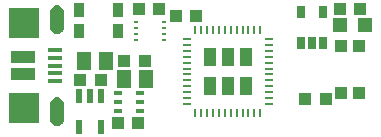
<source format=gbr>
G04 EAGLE Gerber RS-274X export*
G75*
%MOMM*%
%FSLAX34Y34*%
%LPD*%
%INSolderpaste Top*%
%IPPOS*%
%AMOC8*
5,1,8,0,0,1.08239X$1,22.5*%
G01*
%ADD10R,1.240000X1.500000*%
%ADD11R,1.075000X1.000000*%
%ADD12R,1.200000X1.200000*%
%ADD13R,1.000000X1.000000*%
%ADD14R,2.000000X1.000000*%
%ADD15R,2.500000X2.500000*%
%ADD16R,1.250000X0.300000*%
%ADD17R,0.550000X1.200000*%
%ADD18R,0.250000X0.750000*%
%ADD19R,0.750000X0.250000*%
%ADD20R,1.000000X1.500000*%
%ADD21R,0.690000X0.990000*%
%ADD22R,0.910000X1.220000*%
%ADD23R,0.700000X0.350000*%
%ADD24R,0.350000X0.250000*%

G36*
X53548Y115773D02*
X53548Y115773D01*
X54822Y115973D01*
X54869Y115990D01*
X54959Y116011D01*
X56155Y116489D01*
X56198Y116516D01*
X56281Y116556D01*
X57341Y117288D01*
X57377Y117324D01*
X57448Y117382D01*
X58319Y118332D01*
X58346Y118374D01*
X58403Y118447D01*
X59040Y119567D01*
X59057Y119614D01*
X59096Y119697D01*
X59469Y120931D01*
X59474Y120981D01*
X59494Y121071D01*
X59583Y122356D01*
X59581Y122376D01*
X59584Y122400D01*
X59584Y133400D01*
X59582Y133415D01*
X59583Y133435D01*
X59522Y134561D01*
X59511Y134608D01*
X59503Y134684D01*
X59222Y135777D01*
X59202Y135821D01*
X59180Y135894D01*
X58692Y136911D01*
X58664Y136950D01*
X58627Y137017D01*
X57950Y137920D01*
X57915Y137953D01*
X57866Y138011D01*
X57026Y138764D01*
X56985Y138790D01*
X56925Y138838D01*
X55954Y139412D01*
X55909Y139429D01*
X55842Y139465D01*
X54777Y139839D01*
X54730Y139847D01*
X54657Y139869D01*
X53540Y140028D01*
X53512Y140027D01*
X53360Y140028D01*
X52244Y139869D01*
X52198Y139854D01*
X52123Y139839D01*
X51058Y139465D01*
X51016Y139441D01*
X50946Y139412D01*
X49975Y138838D01*
X49938Y138806D01*
X49874Y138764D01*
X49034Y138011D01*
X49005Y137974D01*
X48950Y137920D01*
X48273Y137017D01*
X48251Y136974D01*
X48208Y136911D01*
X47720Y135894D01*
X47707Y135847D01*
X47678Y135777D01*
X47397Y134684D01*
X47394Y134636D01*
X47378Y134561D01*
X47317Y133435D01*
X47319Y133419D01*
X47316Y133400D01*
X47316Y122400D01*
X47319Y122385D01*
X47317Y122365D01*
X47378Y121239D01*
X47390Y121192D01*
X47397Y121116D01*
X47678Y120023D01*
X47698Y119979D01*
X47720Y119906D01*
X48208Y118889D01*
X48237Y118850D01*
X48273Y118783D01*
X48950Y117880D01*
X48985Y117847D01*
X49034Y117789D01*
X49874Y117036D01*
X49915Y117010D01*
X49975Y116962D01*
X50946Y116388D01*
X50991Y116371D01*
X51058Y116335D01*
X52123Y115961D01*
X52170Y115953D01*
X52244Y115931D01*
X53360Y115772D01*
X53361Y115772D01*
X53548Y115773D01*
G37*
G36*
X53548Y37773D02*
X53548Y37773D01*
X54822Y37973D01*
X54869Y37990D01*
X54959Y38011D01*
X56155Y38489D01*
X56198Y38516D01*
X56281Y38556D01*
X57341Y39288D01*
X57377Y39324D01*
X57448Y39382D01*
X58319Y40332D01*
X58346Y40374D01*
X58403Y40447D01*
X59040Y41567D01*
X59057Y41614D01*
X59096Y41697D01*
X59469Y42931D01*
X59474Y42981D01*
X59494Y43071D01*
X59583Y44356D01*
X59581Y44376D01*
X59584Y44400D01*
X59584Y55400D01*
X59582Y55415D01*
X59583Y55435D01*
X59522Y56561D01*
X59511Y56608D01*
X59503Y56684D01*
X59222Y57777D01*
X59202Y57821D01*
X59180Y57894D01*
X58692Y58911D01*
X58664Y58950D01*
X58627Y59017D01*
X57950Y59920D01*
X57915Y59953D01*
X57866Y60011D01*
X57026Y60764D01*
X56985Y60790D01*
X56925Y60838D01*
X55954Y61412D01*
X55909Y61429D01*
X55842Y61465D01*
X54777Y61839D01*
X54730Y61847D01*
X54657Y61869D01*
X53540Y62028D01*
X53512Y62027D01*
X53360Y62028D01*
X52244Y61869D01*
X52198Y61854D01*
X52123Y61839D01*
X51058Y61465D01*
X51016Y61441D01*
X50946Y61412D01*
X49975Y60838D01*
X49938Y60806D01*
X49874Y60764D01*
X49034Y60011D01*
X49005Y59974D01*
X48950Y59920D01*
X48273Y59017D01*
X48251Y58974D01*
X48208Y58911D01*
X47720Y57894D01*
X47707Y57847D01*
X47678Y57777D01*
X47397Y56684D01*
X47394Y56636D01*
X47378Y56561D01*
X47317Y55435D01*
X47319Y55419D01*
X47316Y55400D01*
X47316Y44400D01*
X47319Y44385D01*
X47317Y44365D01*
X47378Y43239D01*
X47390Y43192D01*
X47397Y43116D01*
X47678Y42023D01*
X47698Y41979D01*
X47720Y41906D01*
X48208Y40889D01*
X48237Y40850D01*
X48273Y40783D01*
X48950Y39880D01*
X48985Y39847D01*
X49034Y39789D01*
X49874Y39036D01*
X49915Y39010D01*
X49975Y38962D01*
X50946Y38388D01*
X50991Y38371D01*
X51058Y38335D01*
X52123Y37961D01*
X52170Y37953D01*
X52244Y37931D01*
X53360Y37772D01*
X53361Y37772D01*
X53548Y37773D01*
G37*
D10*
X76275Y93110D03*
X95275Y93110D03*
D11*
X171185Y130980D03*
X154185Y130980D03*
D10*
X128915Y77320D03*
X109915Y77320D03*
D12*
X314250Y123590D03*
X293250Y123590D03*
D11*
X105038Y40271D03*
X122038Y40271D03*
X310125Y137160D03*
X293125Y137160D03*
D13*
X309625Y65725D03*
X293625Y65725D03*
X293625Y105725D03*
X309625Y105725D03*
D14*
X24450Y96400D03*
X24450Y81400D03*
D15*
X25450Y124900D03*
X25450Y52900D03*
D16*
X52200Y101900D03*
X52200Y95400D03*
X52200Y88900D03*
X52200Y82400D03*
X52200Y75900D03*
D17*
X90780Y63166D03*
X81280Y63166D03*
X71780Y63166D03*
X71780Y37164D03*
X90780Y37164D03*
D18*
X170620Y49070D03*
X175620Y49070D03*
X180620Y49070D03*
X185620Y49070D03*
X190620Y49070D03*
X195620Y49070D03*
X200620Y49070D03*
X205620Y49070D03*
X210620Y49070D03*
X215620Y49070D03*
X220620Y49070D03*
D19*
X232870Y56320D03*
X232870Y61320D03*
X232870Y66320D03*
X232870Y71320D03*
X232870Y76320D03*
X232870Y81320D03*
X232870Y86320D03*
X232870Y91320D03*
X232870Y96320D03*
X232870Y101320D03*
X232870Y106320D03*
D18*
X225620Y118570D03*
X220620Y118570D03*
X215620Y118570D03*
X210620Y118570D03*
X205620Y118570D03*
X200620Y118570D03*
X195620Y118570D03*
X190620Y118570D03*
X185620Y118570D03*
X180620Y118570D03*
X175620Y118570D03*
D19*
X163370Y111320D03*
X163370Y106320D03*
X163370Y101320D03*
X163370Y96320D03*
X163370Y91320D03*
X163370Y86320D03*
X163370Y81320D03*
X163370Y76320D03*
X163370Y71320D03*
X163370Y66320D03*
X163370Y61320D03*
D20*
X183120Y96320D03*
X198120Y96320D03*
X213120Y96320D03*
X213120Y71320D03*
X198120Y71320D03*
X183120Y71320D03*
D18*
X225620Y49070D03*
D19*
X232870Y111320D03*
D18*
X170620Y118570D03*
D19*
X163370Y56320D03*
D11*
X127626Y92710D03*
X110626Y92710D03*
X263915Y60325D03*
X280915Y60325D03*
X90415Y76835D03*
X73415Y76835D03*
D21*
X259740Y108385D03*
X269240Y108385D03*
X278740Y108385D03*
X278740Y134285D03*
X259740Y134285D03*
D22*
X105275Y135890D03*
X72525Y135890D03*
X105275Y118110D03*
X72525Y118110D03*
D23*
X123800Y50285D03*
X123800Y57785D03*
X123800Y65285D03*
X104800Y65285D03*
X104800Y57785D03*
X104800Y50285D03*
D24*
X120080Y125610D03*
X120080Y120610D03*
X120080Y115610D03*
X120080Y110610D03*
X144080Y125610D03*
X144080Y120610D03*
X144080Y115610D03*
X144080Y110610D03*
D11*
X139945Y136525D03*
X122945Y136525D03*
M02*

</source>
